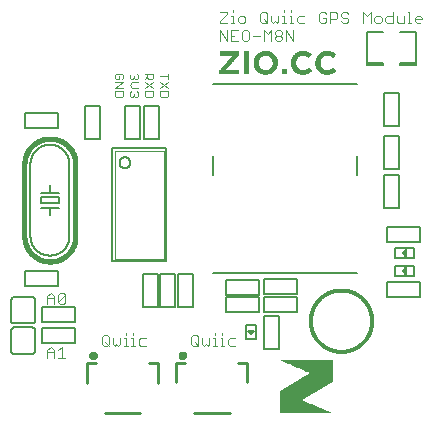
<source format=gbr>
G04 EAGLE Gerber RS-274X export*
G75*
%MOMM*%
%FSLAX34Y34*%
%LPD*%
%INSilkscreen Top*%
%IPPOS*%
%AMOC8*
5,1,8,0,0,1.08239X$1,22.5*%
G01*
%ADD10C,0.101600*%
%ADD11C,0.076200*%
%ADD12C,0.127000*%
%ADD13C,0.400000*%
%ADD14C,0.254000*%
%ADD15C,0.152400*%
%ADD16C,0.050800*%
%ADD17C,0.406400*%
%ADD18C,0.203200*%
%ADD19C,0.300000*%

G36*
X234176Y6811D02*
X234176Y6811D01*
X241052Y6811D01*
X242771Y6812D01*
X249648Y6812D01*
X251367Y6814D01*
X258245Y6814D01*
X259964Y6816D01*
X266840Y6816D01*
X268558Y6818D01*
X273715Y6818D01*
X273719Y6822D01*
X273725Y6824D01*
X273724Y6826D01*
X273727Y6828D01*
X273722Y6834D01*
X273719Y6841D01*
X272522Y7347D01*
X269303Y8701D01*
X267692Y9376D01*
X266081Y10052D01*
X264471Y10727D01*
X262860Y11402D01*
X261249Y12078D01*
X259639Y12753D01*
X257968Y13456D01*
X256295Y14158D01*
X254623Y14862D01*
X252953Y15566D01*
X251284Y16272D01*
X249614Y16981D01*
X247973Y17696D01*
X249385Y18538D01*
X250824Y19381D01*
X252263Y20225D01*
X252264Y20225D01*
X253705Y21064D01*
X255147Y21903D01*
X255148Y21903D01*
X256589Y22743D01*
X258030Y23580D01*
X259473Y24418D01*
X260916Y25254D01*
X262355Y26089D01*
X263796Y26925D01*
X265237Y27761D01*
X266676Y28597D01*
X268117Y29431D01*
X269557Y30266D01*
X272439Y31938D01*
X273878Y32772D01*
X273880Y32779D01*
X273884Y32782D01*
X273884Y51570D01*
X273874Y51581D01*
X273873Y51581D01*
X273872Y51582D01*
X272153Y51582D01*
X272153Y51581D01*
X270434Y51580D01*
X265277Y51580D01*
X263558Y51578D01*
X260119Y51578D01*
X258400Y51576D01*
X253243Y51576D01*
X251672Y51574D01*
X251643Y51574D01*
X251524Y51574D01*
X248126Y51574D01*
X246427Y51572D01*
X244728Y51572D01*
X243029Y51570D01*
X241329Y51569D01*
X239630Y51567D01*
X237931Y51563D01*
X237568Y51562D01*
X237553Y51562D01*
X236232Y51560D01*
X234533Y51552D01*
X234262Y51550D01*
X234257Y51550D01*
X232834Y51541D01*
X232581Y51539D01*
X232578Y51539D01*
X232578Y51538D01*
X231472Y51527D01*
X231469Y51527D01*
X231135Y51523D01*
X231134Y51523D01*
X229488Y51415D01*
X229484Y51411D01*
X229479Y51409D01*
X229480Y51406D01*
X229477Y51404D01*
X229482Y51399D01*
X229484Y51392D01*
X231088Y50710D01*
X232692Y50031D01*
X234298Y49355D01*
X235903Y48680D01*
X237509Y48003D01*
X239115Y47328D01*
X240720Y46654D01*
X242326Y45979D01*
X243897Y45320D01*
X245466Y44658D01*
X247035Y43996D01*
X248603Y43333D01*
X250170Y42667D01*
X251737Y41999D01*
X253301Y41328D01*
X254834Y40643D01*
X253458Y39806D01*
X252052Y38976D01*
X250642Y38147D01*
X249232Y37321D01*
X246408Y35675D01*
X244997Y34852D01*
X243583Y34031D01*
X242169Y33210D01*
X240734Y32376D01*
X239296Y31542D01*
X237861Y30708D01*
X236425Y29874D01*
X234988Y29040D01*
X233552Y28206D01*
X232116Y27370D01*
X230683Y26534D01*
X229249Y25695D01*
X229248Y25695D01*
X229012Y25541D01*
X229010Y25534D01*
X229007Y25531D01*
X229007Y6821D01*
X229017Y6809D01*
X229018Y6809D01*
X229019Y6809D01*
X232457Y6809D01*
X234176Y6811D01*
G37*
G36*
X217408Y293352D02*
X217408Y293352D01*
X217913Y293371D01*
X218417Y293405D01*
X218920Y293454D01*
X219421Y293524D01*
X219916Y293623D01*
X219917Y293624D01*
X220413Y293760D01*
X220413Y293761D01*
X220413Y293760D01*
X220901Y293921D01*
X220902Y293921D01*
X221382Y294105D01*
X221382Y294106D01*
X221382Y294105D01*
X221853Y294313D01*
X221853Y294314D01*
X222312Y294545D01*
X222313Y294545D01*
X222760Y294798D01*
X222760Y294799D01*
X222761Y294799D01*
X223194Y295074D01*
X223195Y295075D01*
X223615Y295372D01*
X224019Y295690D01*
X224407Y296028D01*
X224408Y296028D01*
X224778Y296385D01*
X225129Y296761D01*
X225130Y296761D01*
X225462Y297153D01*
X225462Y297154D01*
X225774Y297563D01*
X226064Y297987D01*
X226064Y297988D01*
X226065Y297988D01*
X226333Y298426D01*
X226333Y298427D01*
X226578Y298879D01*
X226578Y298880D01*
X226800Y299343D01*
X226800Y299344D01*
X226997Y299819D01*
X226998Y299819D01*
X227170Y300303D01*
X227170Y300304D01*
X227317Y300797D01*
X227317Y300798D01*
X227438Y301297D01*
X227533Y301803D01*
X227533Y301804D01*
X227593Y302302D01*
X227593Y302303D01*
X227594Y302303D01*
X227623Y302804D01*
X227630Y303306D01*
X227618Y303808D01*
X227588Y304309D01*
X227588Y304310D01*
X227541Y304809D01*
X227541Y304810D01*
X227475Y305307D01*
X227474Y305307D01*
X227474Y305308D01*
X227385Y305802D01*
X227384Y305802D01*
X227385Y305802D01*
X227264Y306289D01*
X227263Y306290D01*
X227103Y306786D01*
X227103Y306787D01*
X226917Y307274D01*
X226707Y307752D01*
X226473Y308218D01*
X226472Y308218D01*
X226215Y308671D01*
X226215Y308672D01*
X225934Y309111D01*
X225934Y309112D01*
X225631Y309536D01*
X225630Y309536D01*
X225305Y309943D01*
X225304Y309943D01*
X225304Y309944D01*
X224958Y310333D01*
X224957Y310333D01*
X224957Y310334D01*
X224589Y310702D01*
X224588Y310702D01*
X224588Y310703D01*
X224199Y311049D01*
X224199Y311050D01*
X223783Y311380D01*
X223351Y311687D01*
X223350Y311687D01*
X223350Y311688D01*
X222903Y311972D01*
X222902Y311972D01*
X222440Y312233D01*
X221965Y312470D01*
X221479Y312683D01*
X221478Y312683D01*
X220983Y312872D01*
X220982Y312872D01*
X220478Y313036D01*
X219966Y313176D01*
X219448Y313291D01*
X219447Y313291D01*
X218924Y313381D01*
X218397Y313446D01*
X217868Y313486D01*
X217458Y313498D01*
X217457Y313498D01*
X217337Y313501D01*
X217170Y313498D01*
X217168Y313498D01*
X216807Y313491D01*
X216807Y313490D01*
X216807Y313491D01*
X216278Y313455D01*
X216277Y313455D01*
X215750Y313395D01*
X215750Y313394D01*
X215749Y313395D01*
X215226Y313308D01*
X214829Y313223D01*
X214708Y313197D01*
X214707Y313196D01*
X214194Y313059D01*
X214194Y313058D01*
X214194Y313059D01*
X213689Y312896D01*
X213193Y312708D01*
X213192Y312708D01*
X212707Y312495D01*
X212706Y312495D01*
X212284Y312291D01*
X211868Y312074D01*
X211868Y312073D01*
X211867Y312073D01*
X211463Y311836D01*
X211074Y311573D01*
X211073Y311573D01*
X210702Y311287D01*
X210702Y311286D01*
X210701Y311286D01*
X210346Y310981D01*
X210345Y310981D01*
X210000Y310664D01*
X210000Y310663D01*
X209645Y310310D01*
X209644Y310310D01*
X209308Y309939D01*
X209307Y309939D01*
X208990Y309550D01*
X208693Y309146D01*
X208418Y308727D01*
X208417Y308727D01*
X208164Y308294D01*
X207933Y307849D01*
X207724Y307393D01*
X207539Y306927D01*
X207378Y306452D01*
X207240Y305970D01*
X207127Y305481D01*
X207038Y304988D01*
X207038Y304987D01*
X206974Y304491D01*
X206974Y304490D01*
X206934Y303991D01*
X206934Y303990D01*
X206933Y303990D01*
X206917Y303461D01*
X206925Y302932D01*
X206926Y302931D01*
X206925Y302931D01*
X206961Y302404D01*
X206961Y302403D01*
X207023Y301877D01*
X207111Y301355D01*
X207112Y301355D01*
X207111Y301355D01*
X207227Y300838D01*
X207369Y300328D01*
X207370Y300328D01*
X207369Y300328D01*
X207538Y299826D01*
X207539Y299826D01*
X207734Y299334D01*
X207735Y299334D01*
X207957Y298853D01*
X208204Y298385D01*
X208205Y298385D01*
X208478Y297932D01*
X208478Y297931D01*
X208776Y297493D01*
X209097Y297073D01*
X209098Y297073D01*
X209098Y297072D01*
X209441Y296670D01*
X209442Y296670D01*
X209442Y296669D01*
X209807Y296287D01*
X210193Y295925D01*
X210194Y295925D01*
X210194Y295924D01*
X210599Y295584D01*
X210600Y295584D01*
X211022Y295266D01*
X211023Y295266D01*
X211023Y295265D01*
X211463Y294971D01*
X211918Y294700D01*
X211918Y294699D01*
X212386Y294453D01*
X212865Y294227D01*
X212865Y294226D01*
X213352Y294021D01*
X213353Y294021D01*
X213850Y293842D01*
X213851Y293842D01*
X213851Y293841D01*
X214358Y293691D01*
X214359Y293692D01*
X214359Y293691D01*
X214829Y293577D01*
X214873Y293566D01*
X214873Y293567D01*
X214873Y293566D01*
X215392Y293460D01*
X215392Y293461D01*
X215392Y293460D01*
X215892Y293392D01*
X215893Y293393D01*
X215893Y293392D01*
X216397Y293359D01*
X216398Y293359D01*
X216903Y293347D01*
X216903Y293348D01*
X216903Y293347D01*
X217408Y293352D01*
G37*
G36*
X194328Y293642D02*
X194328Y293642D01*
X194327Y293642D01*
X194328Y293643D01*
X194328Y297378D01*
X194318Y297389D01*
X194317Y297389D01*
X194316Y297389D01*
X193844Y297392D01*
X193837Y297392D01*
X193830Y297392D01*
X192858Y297397D01*
X192371Y297399D01*
X191885Y297402D01*
X191565Y297403D01*
X191565Y297404D01*
X191560Y297404D01*
X191400Y297404D01*
X190914Y297407D01*
X190427Y297409D01*
X189941Y297412D01*
X189455Y297415D01*
X189295Y297415D01*
X189289Y297415D01*
X188969Y297417D01*
X188483Y297419D01*
X187997Y297422D01*
X187511Y297425D01*
X187025Y297427D01*
X186923Y297427D01*
X186917Y297427D01*
X186539Y297429D01*
X186052Y297432D01*
X185566Y297435D01*
X185080Y297437D01*
X184652Y297439D01*
X184646Y297439D01*
X184594Y297440D01*
X184108Y297442D01*
X183648Y297444D01*
X183965Y297814D01*
X184634Y298591D01*
X184968Y298980D01*
X185302Y299368D01*
X185636Y299757D01*
X185971Y300146D01*
X186304Y300535D01*
X186639Y300924D01*
X186973Y301313D01*
X187307Y301701D01*
X187641Y302090D01*
X187976Y302479D01*
X188309Y302868D01*
X188644Y303256D01*
X188978Y303645D01*
X189312Y304034D01*
X189646Y304422D01*
X189981Y304811D01*
X190315Y305200D01*
X190649Y305588D01*
X190983Y305977D01*
X191317Y306366D01*
X191652Y306755D01*
X191986Y307144D01*
X192320Y307532D01*
X192654Y307921D01*
X192988Y308310D01*
X193322Y308699D01*
X193657Y309087D01*
X193991Y309476D01*
X194325Y309865D01*
X194325Y309870D01*
X194328Y309872D01*
X194328Y313178D01*
X194318Y313190D01*
X194317Y313190D01*
X194316Y313190D01*
X178410Y313190D01*
X178398Y313180D01*
X178399Y313179D01*
X178398Y313178D01*
X178398Y309442D01*
X178409Y309430D01*
X178409Y309431D01*
X178410Y309430D01*
X184106Y309430D01*
X184623Y309429D01*
X185141Y309428D01*
X185659Y309426D01*
X186177Y309423D01*
X186695Y309420D01*
X187213Y309415D01*
X187731Y309409D01*
X188248Y309401D01*
X188741Y309379D01*
X188429Y309001D01*
X188098Y308608D01*
X187765Y308216D01*
X187432Y307824D01*
X187099Y307433D01*
X186765Y307042D01*
X186431Y306651D01*
X186096Y306260D01*
X185762Y305870D01*
X185428Y305479D01*
X185093Y305089D01*
X184759Y304698D01*
X184424Y304308D01*
X184089Y303918D01*
X183754Y303528D01*
X183418Y303138D01*
X182752Y302361D01*
X182751Y302361D01*
X182418Y301974D01*
X182084Y301586D01*
X181750Y301198D01*
X181417Y300809D01*
X181084Y300421D01*
X180750Y300033D01*
X180416Y299645D01*
X180082Y299257D01*
X179749Y298869D01*
X179416Y298481D01*
X179082Y298093D01*
X178748Y297705D01*
X178414Y297317D01*
X178081Y296929D01*
X178081Y296924D01*
X178078Y296921D01*
X178078Y293643D01*
X178089Y293631D01*
X178089Y293632D01*
X178090Y293631D01*
X194316Y293631D01*
X194328Y293642D01*
G37*
G36*
X249135Y293336D02*
X249135Y293336D01*
X249619Y293362D01*
X249620Y293362D01*
X250102Y293405D01*
X250103Y293405D01*
X250584Y293467D01*
X251066Y293550D01*
X251066Y293551D01*
X251067Y293550D01*
X251543Y293658D01*
X251544Y293658D01*
X252015Y293788D01*
X252015Y293789D01*
X252016Y293789D01*
X252480Y293944D01*
X252935Y294124D01*
X252935Y294125D01*
X253379Y294330D01*
X253380Y294330D01*
X253812Y294559D01*
X254232Y294810D01*
X254232Y294811D01*
X254638Y295084D01*
X255030Y295377D01*
X255030Y295378D01*
X255407Y295689D01*
X255408Y295689D01*
X255770Y296017D01*
X256041Y296273D01*
X256312Y296528D01*
X256583Y296784D01*
X256584Y296799D01*
X256583Y296800D01*
X256583Y296801D01*
X256250Y297147D01*
X255916Y297495D01*
X255583Y297841D01*
X255249Y298189D01*
X254915Y298535D01*
X254582Y298882D01*
X254248Y299229D01*
X253915Y299576D01*
X253899Y299577D01*
X253593Y299338D01*
X253183Y299021D01*
X252765Y298714D01*
X252339Y298421D01*
X251900Y298145D01*
X251447Y297895D01*
X250977Y297679D01*
X250489Y297507D01*
X249986Y297388D01*
X249473Y297322D01*
X249260Y297314D01*
X248956Y297303D01*
X248634Y297314D01*
X248439Y297321D01*
X247910Y297377D01*
X247387Y297478D01*
X246876Y297626D01*
X246383Y297824D01*
X245912Y298071D01*
X245469Y298365D01*
X245059Y298705D01*
X244686Y299084D01*
X244353Y299499D01*
X244060Y299943D01*
X243807Y300412D01*
X243590Y300889D01*
X243407Y301379D01*
X243267Y301884D01*
X243175Y302399D01*
X243126Y302921D01*
X243112Y303444D01*
X243128Y303956D01*
X243178Y304465D01*
X243266Y304969D01*
X243392Y305465D01*
X243561Y305948D01*
X243771Y306414D01*
X244022Y306860D01*
X244312Y307282D01*
X244636Y307677D01*
X244993Y308045D01*
X245380Y308380D01*
X245796Y308678D01*
X246240Y308935D01*
X246705Y309148D01*
X247189Y309314D01*
X247688Y309432D01*
X248195Y309501D01*
X248706Y309523D01*
X249218Y309498D01*
X249725Y309429D01*
X250226Y309318D01*
X250715Y309169D01*
X251193Y308984D01*
X251657Y308766D01*
X252105Y308518D01*
X252538Y308242D01*
X252953Y307942D01*
X253319Y307661D01*
X253686Y307380D01*
X253691Y307380D01*
X253693Y307378D01*
X253697Y307381D01*
X253701Y307381D01*
X253702Y307381D01*
X253957Y307637D01*
X254305Y308015D01*
X254647Y308399D01*
X254986Y308784D01*
X255324Y309171D01*
X255601Y309490D01*
X255879Y309810D01*
X256156Y310129D01*
X256434Y310448D01*
X256434Y310455D01*
X256435Y310456D01*
X256434Y310458D01*
X256434Y310464D01*
X256433Y310464D01*
X256150Y310767D01*
X256149Y310767D01*
X256149Y310768D01*
X255790Y311116D01*
X255789Y311116D01*
X255402Y311434D01*
X255401Y311434D01*
X254993Y311725D01*
X254992Y311725D01*
X254569Y311992D01*
X254568Y311992D01*
X254132Y312238D01*
X253684Y312462D01*
X253683Y312462D01*
X253226Y312666D01*
X253225Y312666D01*
X252759Y312850D01*
X252285Y313013D01*
X251804Y313153D01*
X251804Y313152D01*
X251804Y313153D01*
X251333Y313270D01*
X251332Y313270D01*
X250856Y313360D01*
X250855Y313360D01*
X250373Y313410D01*
X250202Y313418D01*
X249944Y313430D01*
X249888Y313433D01*
X249888Y313432D01*
X249888Y313433D01*
X249403Y313442D01*
X249360Y313442D01*
X249356Y313442D01*
X248919Y313445D01*
X248393Y313443D01*
X248392Y313443D01*
X248364Y313442D01*
X248363Y313442D01*
X247912Y313430D01*
X247911Y313430D01*
X247867Y313429D01*
X247342Y313397D01*
X247342Y313396D01*
X247342Y313397D01*
X246819Y313341D01*
X246819Y313340D01*
X246818Y313341D01*
X246300Y313252D01*
X245789Y313127D01*
X245788Y313127D01*
X245288Y312965D01*
X244798Y312773D01*
X244318Y312558D01*
X243902Y312357D01*
X243902Y312356D01*
X243495Y312140D01*
X243495Y312139D01*
X243494Y312139D01*
X243098Y311902D01*
X243098Y311901D01*
X242718Y311640D01*
X242717Y311640D01*
X242353Y311356D01*
X242353Y311355D01*
X242004Y311053D01*
X242004Y311052D01*
X242004Y311053D01*
X241666Y310738D01*
X241316Y310387D01*
X241316Y310386D01*
X240983Y310018D01*
X240983Y310017D01*
X240670Y309632D01*
X240376Y309233D01*
X240376Y309232D01*
X240375Y309232D01*
X240102Y308819D01*
X240102Y308818D01*
X240101Y308818D01*
X239849Y308391D01*
X239848Y308391D01*
X239616Y307952D01*
X239406Y307503D01*
X239407Y307502D01*
X239406Y307502D01*
X239219Y307043D01*
X239219Y307042D01*
X239054Y306574D01*
X239055Y306574D01*
X239054Y306574D01*
X238914Y306098D01*
X238798Y305615D01*
X238706Y305127D01*
X238648Y304622D01*
X238648Y304621D01*
X238621Y304114D01*
X238614Y303606D01*
X238623Y303098D01*
X238646Y302590D01*
X238683Y302083D01*
X238737Y301578D01*
X238812Y301075D01*
X238813Y301075D01*
X238812Y301075D01*
X238923Y300579D01*
X238923Y300578D01*
X239069Y300121D01*
X239070Y300121D01*
X239069Y300121D01*
X239240Y299672D01*
X239428Y299231D01*
X239428Y299230D01*
X239633Y298796D01*
X239853Y298369D01*
X240088Y297950D01*
X240341Y297542D01*
X240342Y297542D01*
X240341Y297541D01*
X240617Y297149D01*
X240618Y297149D01*
X240618Y297148D01*
X240944Y296744D01*
X240945Y296744D01*
X241294Y296360D01*
X241295Y296360D01*
X241666Y295997D01*
X241667Y295997D01*
X242057Y295654D01*
X242058Y295654D01*
X242466Y295333D01*
X242467Y295333D01*
X242891Y295034D01*
X243330Y294756D01*
X243331Y294757D01*
X243331Y294756D01*
X243783Y294502D01*
X243784Y294502D01*
X243784Y294501D01*
X244248Y294269D01*
X244249Y294270D01*
X244249Y294269D01*
X244725Y294061D01*
X244725Y294060D01*
X245210Y293876D01*
X245211Y293876D01*
X245705Y293717D01*
X245706Y293717D01*
X246208Y293584D01*
X246716Y293477D01*
X246717Y293478D01*
X246717Y293477D01*
X247197Y293406D01*
X247197Y293407D01*
X247197Y293406D01*
X247680Y293360D01*
X247680Y293361D01*
X247680Y293360D01*
X248164Y293335D01*
X248165Y293335D01*
X248650Y293327D01*
X249135Y293336D01*
G37*
G36*
X269315Y293321D02*
X269315Y293321D01*
X269315Y293322D01*
X269315Y293321D01*
X269817Y293341D01*
X270317Y293376D01*
X270318Y293376D01*
X270816Y293428D01*
X270817Y293428D01*
X271314Y293495D01*
X271808Y293580D01*
X271809Y293580D01*
X272299Y293687D01*
X272300Y293688D01*
X272300Y293687D01*
X272809Y293842D01*
X272810Y293843D01*
X273306Y294039D01*
X273306Y294040D01*
X273307Y294039D01*
X273789Y294265D01*
X273790Y294265D01*
X274260Y294514D01*
X274260Y294515D01*
X274261Y294515D01*
X274720Y294784D01*
X274721Y294785D01*
X275169Y295073D01*
X275605Y295380D01*
X275606Y295380D01*
X276027Y295706D01*
X276432Y296054D01*
X276813Y296426D01*
X276813Y296427D01*
X277159Y296791D01*
X277159Y296806D01*
X277158Y296806D01*
X277158Y296807D01*
X276815Y297150D01*
X276472Y297492D01*
X276129Y297834D01*
X275786Y298176D01*
X275443Y298518D01*
X275101Y298861D01*
X274758Y299203D01*
X274415Y299545D01*
X274399Y299546D01*
X274031Y299246D01*
X273664Y298946D01*
X273263Y298635D01*
X272845Y298349D01*
X272409Y298091D01*
X271957Y297863D01*
X271488Y297669D01*
X271006Y297514D01*
X270513Y297400D01*
X270011Y297329D01*
X269506Y297300D01*
X269290Y297306D01*
X269000Y297314D01*
X268496Y297367D01*
X267975Y297470D01*
X267466Y297623D01*
X266974Y297826D01*
X266506Y298077D01*
X266065Y298373D01*
X265654Y298711D01*
X265278Y299087D01*
X264938Y299495D01*
X264636Y299933D01*
X264373Y300396D01*
X264150Y300878D01*
X263967Y301378D01*
X263844Y301839D01*
X263759Y302308D01*
X263704Y302783D01*
X263676Y303260D01*
X263675Y303738D01*
X263702Y304214D01*
X263760Y304689D01*
X263857Y305156D01*
X264005Y305637D01*
X264190Y306106D01*
X264412Y306557D01*
X264672Y306989D01*
X264967Y307397D01*
X265296Y307777D01*
X265658Y308128D01*
X266049Y308444D01*
X266468Y308724D01*
X266910Y308965D01*
X267372Y309163D01*
X267852Y309319D01*
X268342Y309431D01*
X268841Y309498D01*
X269344Y309521D01*
X269847Y309500D01*
X270359Y309434D01*
X270863Y309324D01*
X271356Y309169D01*
X271833Y308972D01*
X272295Y308740D01*
X272740Y308480D01*
X273172Y308195D01*
X273591Y307892D01*
X273934Y307640D01*
X273934Y307639D01*
X274289Y307404D01*
X274295Y307405D01*
X274298Y307405D01*
X274299Y307405D01*
X274301Y307406D01*
X274304Y307406D01*
X274659Y307767D01*
X274660Y307768D01*
X274998Y308147D01*
X274998Y308148D01*
X275333Y308531D01*
X275665Y308916D01*
X275995Y309303D01*
X276322Y309692D01*
X276322Y309693D01*
X276645Y310085D01*
X276646Y310085D01*
X276950Y310491D01*
X276950Y310494D01*
X276951Y310495D01*
X276949Y310497D01*
X276949Y310504D01*
X276949Y310506D01*
X276668Y310829D01*
X276667Y310829D01*
X276667Y310830D01*
X276343Y311115D01*
X276342Y311115D01*
X276008Y311387D01*
X276008Y311388D01*
X275665Y311650D01*
X275664Y311650D01*
X275312Y311899D01*
X275312Y311900D01*
X274864Y312178D01*
X274863Y312178D01*
X274397Y312423D01*
X273916Y312638D01*
X273915Y312639D01*
X273423Y312827D01*
X273422Y312827D01*
X272921Y312989D01*
X272412Y313128D01*
X272412Y313127D01*
X272412Y313128D01*
X271898Y313243D01*
X271897Y313243D01*
X271379Y313337D01*
X270856Y313409D01*
X270332Y313460D01*
X270331Y313459D01*
X270331Y313460D01*
X269805Y313490D01*
X269627Y313493D01*
X269625Y313493D01*
X269278Y313499D01*
X269278Y313498D01*
X269278Y313499D01*
X269055Y313493D01*
X269054Y313493D01*
X268751Y313485D01*
X268750Y313485D01*
X268225Y313450D01*
X268224Y313450D01*
X267700Y313391D01*
X267180Y313308D01*
X267180Y313307D01*
X267179Y313307D01*
X266665Y313198D01*
X266664Y313197D01*
X266155Y313059D01*
X266154Y313059D01*
X265665Y312896D01*
X265184Y312708D01*
X265184Y312707D01*
X265183Y312708D01*
X264714Y312494D01*
X264714Y312493D01*
X264256Y312256D01*
X264256Y312255D01*
X264255Y312255D01*
X263811Y311993D01*
X263811Y311992D01*
X263810Y311992D01*
X263381Y311707D01*
X263381Y311706D01*
X262967Y311397D01*
X262570Y311067D01*
X262570Y311066D01*
X262192Y310716D01*
X262192Y310715D01*
X262191Y310716D01*
X261832Y310345D01*
X261831Y310345D01*
X261492Y309957D01*
X261492Y309956D01*
X261173Y309550D01*
X261172Y309550D01*
X260875Y309128D01*
X260599Y308692D01*
X260599Y308691D01*
X260345Y308242D01*
X260346Y308241D01*
X260345Y308241D01*
X260114Y307780D01*
X259905Y307308D01*
X259906Y307307D01*
X259905Y307307D01*
X259720Y306826D01*
X259720Y306825D01*
X259558Y306335D01*
X259419Y305838D01*
X259419Y305837D01*
X259302Y305335D01*
X259303Y305334D01*
X259302Y305334D01*
X259229Y304853D01*
X259229Y304852D01*
X259189Y304368D01*
X259170Y303882D01*
X259171Y303881D01*
X259170Y303881D01*
X259168Y303395D01*
X259180Y302909D01*
X259180Y302908D01*
X259206Y302423D01*
X259206Y302422D01*
X259249Y301938D01*
X259311Y301455D01*
X259312Y301455D01*
X259311Y301455D01*
X259404Y300977D01*
X259405Y300977D01*
X259404Y300976D01*
X259540Y300471D01*
X259541Y300471D01*
X259541Y300470D01*
X259701Y299972D01*
X259702Y299972D01*
X259701Y299972D01*
X259886Y299481D01*
X260096Y299001D01*
X260330Y298532D01*
X260330Y298531D01*
X260588Y298076D01*
X260588Y298075D01*
X260869Y297634D01*
X260869Y297633D01*
X261173Y297207D01*
X261174Y297207D01*
X261174Y297206D01*
X261501Y296797D01*
X261849Y296406D01*
X261850Y296406D01*
X261850Y296405D01*
X262219Y296034D01*
X262607Y295682D01*
X262608Y295682D01*
X263015Y295353D01*
X263015Y295352D01*
X263439Y295045D01*
X263440Y295045D01*
X263880Y294761D01*
X264335Y294501D01*
X264336Y294501D01*
X264804Y294266D01*
X265284Y294056D01*
X265285Y294056D01*
X265775Y293871D01*
X266274Y293712D01*
X266275Y293712D01*
X266781Y293578D01*
X267293Y293469D01*
X267294Y293470D01*
X267294Y293469D01*
X267811Y293387D01*
X267812Y293387D01*
X267812Y293386D01*
X268311Y293338D01*
X268312Y293338D01*
X268813Y293319D01*
X269315Y293321D01*
G37*
%LPC*%
G36*
X217257Y297299D02*
X217257Y297299D01*
X216981Y297311D01*
X216751Y297321D01*
X216238Y297389D01*
X215733Y297503D01*
X215241Y297662D01*
X214836Y297836D01*
X214765Y297866D01*
X214309Y298113D01*
X213879Y298399D01*
X213475Y298724D01*
X213102Y299083D01*
X212763Y299474D01*
X212459Y299893D01*
X212192Y300337D01*
X211965Y300802D01*
X211778Y301285D01*
X211630Y301782D01*
X211524Y302288D01*
X211458Y302802D01*
X211432Y303319D01*
X211444Y303836D01*
X211494Y304355D01*
X211584Y304869D01*
X211715Y305373D01*
X211887Y305865D01*
X212099Y306341D01*
X212352Y306796D01*
X212644Y307228D01*
X212973Y307631D01*
X213338Y308003D01*
X213735Y308340D01*
X214161Y308639D01*
X214613Y308897D01*
X214837Y308997D01*
X215088Y309111D01*
X215581Y309281D01*
X216087Y309405D01*
X216602Y309482D01*
X217122Y309514D01*
X217643Y309501D01*
X218146Y309447D01*
X218643Y309351D01*
X219130Y309214D01*
X219603Y309035D01*
X220058Y308814D01*
X220491Y308554D01*
X220900Y308254D01*
X221279Y307920D01*
X221627Y307554D01*
X221942Y307157D01*
X222221Y306735D01*
X222463Y306291D01*
X222667Y305828D01*
X222834Y305349D01*
X222962Y304860D01*
X223052Y304362D01*
X223107Y303859D01*
X223125Y303353D01*
X223110Y302840D01*
X223057Y302329D01*
X222959Y301826D01*
X222815Y301333D01*
X222630Y300854D01*
X222412Y300389D01*
X222154Y299926D01*
X221852Y299491D01*
X221511Y299086D01*
X221131Y298716D01*
X220717Y298385D01*
X220273Y298096D01*
X219804Y297850D01*
X219313Y297650D01*
X218806Y297496D01*
X218299Y297388D01*
X217786Y297321D01*
X217550Y297311D01*
X217280Y297299D01*
X217269Y297298D01*
X217257Y297299D01*
G37*
%LPD*%
G36*
X202868Y293642D02*
X202868Y293642D01*
X202867Y293642D01*
X202868Y293643D01*
X202868Y313178D01*
X202857Y313190D01*
X202856Y313190D01*
X198586Y313190D01*
X198574Y313180D01*
X198575Y313179D01*
X198574Y313178D01*
X198574Y293643D01*
X198584Y293631D01*
X198585Y293632D01*
X198586Y293631D01*
X202856Y293631D01*
X202868Y293642D01*
G37*
G36*
X235320Y293642D02*
X235320Y293642D01*
X235319Y293642D01*
X235320Y293643D01*
X235320Y298126D01*
X235309Y298138D01*
X235308Y298138D01*
X230824Y298138D01*
X230812Y298128D01*
X230813Y298127D01*
X230812Y298126D01*
X230812Y293643D01*
X230823Y293631D01*
X230823Y293632D01*
X230824Y293631D01*
X235308Y293631D01*
X235320Y293642D01*
G37*
D10*
X78486Y65533D02*
X78486Y71635D01*
X80011Y73160D01*
X83062Y73160D01*
X84587Y71635D01*
X84587Y65533D01*
X83062Y64008D01*
X80011Y64008D01*
X78486Y65533D01*
X81537Y67059D02*
X84587Y64008D01*
X87841Y65533D02*
X87841Y70109D01*
X87841Y65533D02*
X89366Y64008D01*
X90892Y65533D01*
X92417Y64008D01*
X93942Y65533D01*
X93942Y70109D01*
X97196Y70109D02*
X98722Y70109D01*
X98722Y64008D01*
X100247Y64008D02*
X97196Y64008D01*
X98722Y73160D02*
X98722Y74685D01*
X103433Y70109D02*
X104958Y70109D01*
X104958Y64008D01*
X103433Y64008D02*
X106484Y64008D01*
X104958Y73160D02*
X104958Y74685D01*
X111195Y70109D02*
X115771Y70109D01*
X111195Y70109D02*
X109670Y68584D01*
X109670Y65533D01*
X111195Y64008D01*
X115771Y64008D01*
X154178Y65533D02*
X154178Y71635D01*
X155703Y73160D01*
X158754Y73160D01*
X160279Y71635D01*
X160279Y65533D01*
X158754Y64008D01*
X155703Y64008D01*
X154178Y65533D01*
X157229Y67059D02*
X160279Y64008D01*
X163533Y65533D02*
X163533Y70109D01*
X163533Y65533D02*
X165058Y64008D01*
X166584Y65533D01*
X168109Y64008D01*
X169634Y65533D01*
X169634Y70109D01*
X172888Y70109D02*
X174414Y70109D01*
X174414Y64008D01*
X175939Y64008D02*
X172888Y64008D01*
X174414Y73160D02*
X174414Y74685D01*
X179125Y70109D02*
X180650Y70109D01*
X180650Y64008D01*
X179125Y64008D02*
X182176Y64008D01*
X180650Y73160D02*
X180650Y74685D01*
X186887Y70109D02*
X191463Y70109D01*
X186887Y70109D02*
X185362Y68584D01*
X185362Y65533D01*
X186887Y64008D01*
X191463Y64008D01*
X32258Y59949D02*
X32258Y53848D01*
X32258Y59949D02*
X35309Y63000D01*
X38359Y59949D01*
X38359Y53848D01*
X38359Y58424D02*
X32258Y58424D01*
X41613Y59949D02*
X44664Y63000D01*
X44664Y53848D01*
X47714Y53848D02*
X41613Y53848D01*
X32258Y99568D02*
X32258Y105669D01*
X35309Y108720D01*
X38359Y105669D01*
X38359Y99568D01*
X38359Y104144D02*
X32258Y104144D01*
X41613Y101093D02*
X41613Y107195D01*
X43138Y108720D01*
X46189Y108720D01*
X47714Y107195D01*
X47714Y101093D01*
X46189Y99568D01*
X43138Y99568D01*
X41613Y101093D01*
X47714Y107195D01*
D11*
X127381Y291802D02*
X134753Y291802D01*
X134753Y294259D02*
X134753Y289344D01*
X134753Y286775D02*
X127381Y281860D01*
X127381Y286775D02*
X134753Y281860D01*
X134753Y279291D02*
X127381Y279291D01*
X127381Y275605D01*
X128610Y274376D01*
X133525Y274376D01*
X134753Y275605D01*
X134753Y279291D01*
X122053Y294259D02*
X114681Y294259D01*
X122053Y294259D02*
X122053Y290573D01*
X120825Y289344D01*
X118367Y289344D01*
X117138Y290573D01*
X117138Y294259D01*
X117138Y291802D02*
X114681Y289344D01*
X114681Y281860D02*
X122053Y286775D01*
X122053Y281860D02*
X114681Y286775D01*
X114681Y279291D02*
X122053Y279291D01*
X114681Y279291D02*
X114681Y275605D01*
X115910Y274376D01*
X120825Y274376D01*
X122053Y275605D01*
X122053Y279291D01*
X109353Y293030D02*
X108125Y294259D01*
X109353Y293030D02*
X109353Y290573D01*
X108125Y289344D01*
X106896Y289344D01*
X105667Y290573D01*
X105667Y291802D01*
X105667Y290573D02*
X104438Y289344D01*
X103210Y289344D01*
X101981Y290573D01*
X101981Y293030D01*
X103210Y294259D01*
X104438Y286775D02*
X109353Y286775D01*
X104438Y286775D02*
X101981Y284317D01*
X104438Y281860D01*
X109353Y281860D01*
X108125Y279291D02*
X109353Y278062D01*
X109353Y275605D01*
X108125Y274376D01*
X106896Y274376D01*
X105667Y275605D01*
X105667Y276833D01*
X105667Y275605D02*
X104438Y274376D01*
X103210Y274376D01*
X101981Y275605D01*
X101981Y278062D01*
X103210Y279291D01*
X95425Y289344D02*
X96653Y290573D01*
X96653Y293030D01*
X95425Y294259D01*
X90510Y294259D01*
X89281Y293030D01*
X89281Y290573D01*
X90510Y289344D01*
X92967Y289344D01*
X92967Y291802D01*
X89281Y286775D02*
X96653Y286775D01*
X89281Y281860D01*
X96653Y281860D01*
X96653Y279291D02*
X89281Y279291D01*
X89281Y275605D01*
X90510Y274376D01*
X95425Y274376D01*
X96653Y275605D01*
X96653Y279291D01*
D10*
X178308Y346210D02*
X184409Y346210D01*
X184409Y344685D01*
X178308Y338583D01*
X178308Y337058D01*
X184409Y337058D01*
X187663Y343159D02*
X189188Y343159D01*
X189188Y337058D01*
X187663Y337058D02*
X190714Y337058D01*
X189188Y346210D02*
X189188Y347735D01*
X195425Y337058D02*
X198476Y337058D01*
X200001Y338583D01*
X200001Y341634D01*
X198476Y343159D01*
X195425Y343159D01*
X193900Y341634D01*
X193900Y338583D01*
X195425Y337058D01*
X212610Y338583D02*
X212610Y344685D01*
X214136Y346210D01*
X217186Y346210D01*
X218712Y344685D01*
X218712Y338583D01*
X217186Y337058D01*
X214136Y337058D01*
X212610Y338583D01*
X215661Y340109D02*
X218712Y337058D01*
X221966Y338583D02*
X221966Y343159D01*
X221966Y338583D02*
X223491Y337058D01*
X225016Y338583D01*
X226541Y337058D01*
X228067Y338583D01*
X228067Y343159D01*
X231321Y343159D02*
X232846Y343159D01*
X232846Y337058D01*
X231321Y337058D02*
X234371Y337058D01*
X232846Y346210D02*
X232846Y347735D01*
X237558Y343159D02*
X239083Y343159D01*
X239083Y337058D01*
X237558Y337058D02*
X240608Y337058D01*
X239083Y346210D02*
X239083Y347735D01*
X245320Y343159D02*
X249895Y343159D01*
X245320Y343159D02*
X243794Y341634D01*
X243794Y338583D01*
X245320Y337058D01*
X249895Y337058D01*
X267081Y346210D02*
X268606Y344685D01*
X267081Y346210D02*
X264030Y346210D01*
X262505Y344685D01*
X262505Y338583D01*
X264030Y337058D01*
X267081Y337058D01*
X268606Y338583D01*
X268606Y341634D01*
X265555Y341634D01*
X271860Y337058D02*
X271860Y346210D01*
X276436Y346210D01*
X277961Y344685D01*
X277961Y341634D01*
X276436Y340109D01*
X271860Y340109D01*
X285791Y346210D02*
X287316Y344685D01*
X285791Y346210D02*
X282740Y346210D01*
X281215Y344685D01*
X281215Y343159D01*
X282740Y341634D01*
X285791Y341634D01*
X287316Y340109D01*
X287316Y338583D01*
X285791Y337058D01*
X282740Y337058D01*
X281215Y338583D01*
X299925Y337058D02*
X299925Y346210D01*
X302976Y343159D01*
X306027Y346210D01*
X306027Y337058D01*
X310806Y337058D02*
X313857Y337058D01*
X315382Y338583D01*
X315382Y341634D01*
X313857Y343159D01*
X310806Y343159D01*
X309281Y341634D01*
X309281Y338583D01*
X310806Y337058D01*
X324737Y337058D02*
X324737Y346210D01*
X324737Y337058D02*
X320161Y337058D01*
X318636Y338583D01*
X318636Y341634D01*
X320161Y343159D01*
X324737Y343159D01*
X327991Y343159D02*
X327991Y338583D01*
X329516Y337058D01*
X334092Y337058D01*
X334092Y343159D01*
X337346Y346210D02*
X338871Y346210D01*
X338871Y337058D01*
X337346Y337058D02*
X340397Y337058D01*
X345108Y337058D02*
X348159Y337058D01*
X345108Y337058D02*
X343583Y338583D01*
X343583Y341634D01*
X345108Y343159D01*
X348159Y343159D01*
X349684Y341634D01*
X349684Y340109D01*
X343583Y340109D01*
X178308Y330970D02*
X178308Y321818D01*
X184409Y321818D02*
X178308Y330970D01*
X184409Y330970D02*
X184409Y321818D01*
X187663Y330970D02*
X193764Y330970D01*
X187663Y330970D02*
X187663Y321818D01*
X193764Y321818D01*
X190714Y326394D02*
X187663Y326394D01*
X198544Y330970D02*
X201594Y330970D01*
X198544Y330970D02*
X197018Y329445D01*
X197018Y323343D01*
X198544Y321818D01*
X201594Y321818D01*
X203120Y323343D01*
X203120Y329445D01*
X201594Y330970D01*
X206374Y326394D02*
X212475Y326394D01*
X215729Y321818D02*
X215729Y330970D01*
X218779Y327919D01*
X221830Y330970D01*
X221830Y321818D01*
X225084Y329445D02*
X226609Y330970D01*
X229660Y330970D01*
X231185Y329445D01*
X231185Y327919D01*
X229660Y326394D01*
X231185Y324869D01*
X231185Y323343D01*
X229660Y321818D01*
X226609Y321818D01*
X225084Y323343D01*
X225084Y324869D01*
X226609Y326394D01*
X225084Y327919D01*
X225084Y329445D01*
X226609Y326394D02*
X229660Y326394D01*
X234439Y321818D02*
X234439Y330970D01*
X240540Y321818D01*
X240540Y330970D01*
D12*
X41148Y261112D02*
X13208Y261112D01*
X41148Y261112D02*
X41148Y248412D01*
X13208Y248412D01*
X13208Y261112D01*
X13208Y126746D02*
X41148Y126746D01*
X41148Y114046D01*
X13208Y114046D01*
X13208Y126746D01*
X215646Y92710D02*
X243586Y92710D01*
X215646Y92710D02*
X215646Y105410D01*
X243586Y105410D01*
X243586Y92710D01*
X243586Y107696D02*
X215646Y107696D01*
X215646Y120396D01*
X243586Y120396D01*
X243586Y107696D01*
X211328Y105156D02*
X183388Y105156D01*
X211328Y105156D02*
X211328Y92456D01*
X183388Y92456D01*
X183388Y105156D01*
X183388Y119888D02*
X211328Y119888D01*
X211328Y107188D01*
X183388Y107188D01*
X183388Y119888D01*
X110998Y239268D02*
X110998Y267208D01*
X110998Y239268D02*
X98298Y239268D01*
X98298Y267208D01*
X110998Y267208D01*
X208978Y81438D02*
X208978Y69438D01*
X200978Y69438D01*
X200978Y81438D01*
X208978Y81438D01*
X207518Y76708D02*
X202438Y76708D01*
X204978Y74168D02*
X207518Y76708D01*
X204978Y74168D02*
X202438Y76708D01*
D13*
X69598Y55578D02*
X69600Y55653D01*
X69606Y55727D01*
X69616Y55801D01*
X69629Y55874D01*
X69647Y55947D01*
X69668Y56018D01*
X69693Y56089D01*
X69722Y56158D01*
X69755Y56225D01*
X69791Y56290D01*
X69830Y56354D01*
X69872Y56415D01*
X69918Y56474D01*
X69967Y56531D01*
X70019Y56584D01*
X70073Y56635D01*
X70130Y56684D01*
X70190Y56728D01*
X70252Y56770D01*
X70316Y56809D01*
X70382Y56844D01*
X70449Y56875D01*
X70519Y56903D01*
X70589Y56927D01*
X70661Y56948D01*
X70734Y56964D01*
X70807Y56977D01*
X70882Y56986D01*
X70956Y56991D01*
X71031Y56992D01*
X71105Y56989D01*
X71180Y56982D01*
X71253Y56971D01*
X71327Y56957D01*
X71399Y56938D01*
X71470Y56916D01*
X71540Y56890D01*
X71609Y56860D01*
X71675Y56827D01*
X71740Y56790D01*
X71803Y56750D01*
X71864Y56706D01*
X71922Y56660D01*
X71978Y56610D01*
X72031Y56558D01*
X72082Y56503D01*
X72129Y56445D01*
X72173Y56385D01*
X72214Y56322D01*
X72252Y56258D01*
X72286Y56192D01*
X72317Y56123D01*
X72344Y56054D01*
X72367Y55983D01*
X72386Y55911D01*
X72402Y55838D01*
X72414Y55764D01*
X72422Y55690D01*
X72426Y55615D01*
X72426Y55541D01*
X72422Y55466D01*
X72414Y55392D01*
X72402Y55318D01*
X72386Y55245D01*
X72367Y55173D01*
X72344Y55102D01*
X72317Y55033D01*
X72286Y54964D01*
X72252Y54898D01*
X72214Y54834D01*
X72173Y54771D01*
X72129Y54711D01*
X72082Y54653D01*
X72031Y54598D01*
X71978Y54546D01*
X71922Y54496D01*
X71864Y54450D01*
X71803Y54406D01*
X71740Y54366D01*
X71675Y54329D01*
X71609Y54296D01*
X71540Y54266D01*
X71470Y54240D01*
X71399Y54218D01*
X71327Y54199D01*
X71253Y54185D01*
X71180Y54174D01*
X71105Y54167D01*
X71031Y54164D01*
X70956Y54165D01*
X70882Y54170D01*
X70807Y54179D01*
X70734Y54192D01*
X70661Y54208D01*
X70589Y54229D01*
X70519Y54253D01*
X70449Y54281D01*
X70382Y54312D01*
X70316Y54347D01*
X70252Y54386D01*
X70190Y54428D01*
X70130Y54472D01*
X70073Y54521D01*
X70019Y54572D01*
X69967Y54625D01*
X69918Y54682D01*
X69872Y54741D01*
X69830Y54802D01*
X69791Y54866D01*
X69755Y54931D01*
X69722Y54998D01*
X69693Y55067D01*
X69668Y55138D01*
X69647Y55209D01*
X69629Y55282D01*
X69616Y55355D01*
X69606Y55429D01*
X69600Y55503D01*
X69598Y55578D01*
D14*
X81012Y6578D02*
X111012Y6578D01*
X66012Y32578D02*
X66012Y49078D01*
X118512Y49078D02*
X126012Y49078D01*
X126012Y32578D01*
X73512Y49078D02*
X66012Y49078D01*
D13*
X145290Y55832D02*
X145292Y55907D01*
X145298Y55981D01*
X145308Y56055D01*
X145321Y56128D01*
X145339Y56201D01*
X145360Y56272D01*
X145385Y56343D01*
X145414Y56412D01*
X145447Y56479D01*
X145483Y56544D01*
X145522Y56608D01*
X145564Y56669D01*
X145610Y56728D01*
X145659Y56785D01*
X145711Y56838D01*
X145765Y56889D01*
X145822Y56938D01*
X145882Y56982D01*
X145944Y57024D01*
X146008Y57063D01*
X146074Y57098D01*
X146141Y57129D01*
X146211Y57157D01*
X146281Y57181D01*
X146353Y57202D01*
X146426Y57218D01*
X146499Y57231D01*
X146574Y57240D01*
X146648Y57245D01*
X146723Y57246D01*
X146797Y57243D01*
X146872Y57236D01*
X146945Y57225D01*
X147019Y57211D01*
X147091Y57192D01*
X147162Y57170D01*
X147232Y57144D01*
X147301Y57114D01*
X147367Y57081D01*
X147432Y57044D01*
X147495Y57004D01*
X147556Y56960D01*
X147614Y56914D01*
X147670Y56864D01*
X147723Y56812D01*
X147774Y56757D01*
X147821Y56699D01*
X147865Y56639D01*
X147906Y56576D01*
X147944Y56512D01*
X147978Y56446D01*
X148009Y56377D01*
X148036Y56308D01*
X148059Y56237D01*
X148078Y56165D01*
X148094Y56092D01*
X148106Y56018D01*
X148114Y55944D01*
X148118Y55869D01*
X148118Y55795D01*
X148114Y55720D01*
X148106Y55646D01*
X148094Y55572D01*
X148078Y55499D01*
X148059Y55427D01*
X148036Y55356D01*
X148009Y55287D01*
X147978Y55218D01*
X147944Y55152D01*
X147906Y55088D01*
X147865Y55025D01*
X147821Y54965D01*
X147774Y54907D01*
X147723Y54852D01*
X147670Y54800D01*
X147614Y54750D01*
X147556Y54704D01*
X147495Y54660D01*
X147432Y54620D01*
X147367Y54583D01*
X147301Y54550D01*
X147232Y54520D01*
X147162Y54494D01*
X147091Y54472D01*
X147019Y54453D01*
X146945Y54439D01*
X146872Y54428D01*
X146797Y54421D01*
X146723Y54418D01*
X146648Y54419D01*
X146574Y54424D01*
X146499Y54433D01*
X146426Y54446D01*
X146353Y54462D01*
X146281Y54483D01*
X146211Y54507D01*
X146141Y54535D01*
X146074Y54566D01*
X146008Y54601D01*
X145944Y54640D01*
X145882Y54682D01*
X145822Y54726D01*
X145765Y54775D01*
X145711Y54826D01*
X145659Y54879D01*
X145610Y54936D01*
X145564Y54995D01*
X145522Y55056D01*
X145483Y55120D01*
X145447Y55185D01*
X145414Y55252D01*
X145385Y55321D01*
X145360Y55392D01*
X145339Y55463D01*
X145321Y55536D01*
X145308Y55609D01*
X145298Y55683D01*
X145292Y55757D01*
X145290Y55832D01*
D14*
X156704Y6832D02*
X186704Y6832D01*
X141704Y32832D02*
X141704Y49332D01*
X194204Y49332D02*
X201704Y49332D01*
X201704Y32832D01*
X149204Y49332D02*
X141704Y49332D01*
D15*
X1778Y85344D02*
X1778Y102616D01*
X19558Y82804D02*
X19658Y82806D01*
X19757Y82812D01*
X19857Y82822D01*
X19955Y82835D01*
X20054Y82853D01*
X20151Y82874D01*
X20247Y82899D01*
X20343Y82928D01*
X20437Y82961D01*
X20530Y82997D01*
X20621Y83037D01*
X20711Y83081D01*
X20799Y83128D01*
X20885Y83178D01*
X20969Y83232D01*
X21051Y83289D01*
X21130Y83349D01*
X21208Y83413D01*
X21282Y83479D01*
X21354Y83548D01*
X21423Y83620D01*
X21489Y83694D01*
X21553Y83772D01*
X21613Y83851D01*
X21670Y83933D01*
X21724Y84017D01*
X21774Y84103D01*
X21821Y84191D01*
X21865Y84281D01*
X21905Y84372D01*
X21941Y84465D01*
X21974Y84559D01*
X22003Y84655D01*
X22028Y84751D01*
X22049Y84848D01*
X22067Y84947D01*
X22080Y85045D01*
X22090Y85145D01*
X22096Y85244D01*
X22098Y85344D01*
X22098Y102616D02*
X22096Y102716D01*
X22090Y102815D01*
X22080Y102915D01*
X22067Y103013D01*
X22049Y103112D01*
X22028Y103209D01*
X22003Y103305D01*
X21974Y103401D01*
X21941Y103495D01*
X21905Y103588D01*
X21865Y103679D01*
X21821Y103769D01*
X21774Y103857D01*
X21724Y103943D01*
X21670Y104027D01*
X21613Y104109D01*
X21553Y104188D01*
X21489Y104266D01*
X21423Y104340D01*
X21354Y104412D01*
X21282Y104481D01*
X21208Y104547D01*
X21130Y104611D01*
X21051Y104671D01*
X20969Y104728D01*
X20885Y104782D01*
X20799Y104832D01*
X20711Y104879D01*
X20621Y104923D01*
X20530Y104963D01*
X20437Y104999D01*
X20343Y105032D01*
X20247Y105061D01*
X20151Y105086D01*
X20054Y105107D01*
X19955Y105125D01*
X19857Y105138D01*
X19757Y105148D01*
X19658Y105154D01*
X19558Y105156D01*
X4318Y105156D02*
X4218Y105154D01*
X4119Y105148D01*
X4019Y105138D01*
X3921Y105125D01*
X3822Y105107D01*
X3725Y105086D01*
X3629Y105061D01*
X3533Y105032D01*
X3439Y104999D01*
X3346Y104963D01*
X3255Y104923D01*
X3165Y104879D01*
X3077Y104832D01*
X2991Y104782D01*
X2907Y104728D01*
X2825Y104671D01*
X2746Y104611D01*
X2668Y104547D01*
X2594Y104481D01*
X2522Y104412D01*
X2453Y104340D01*
X2387Y104266D01*
X2323Y104188D01*
X2263Y104109D01*
X2206Y104027D01*
X2152Y103943D01*
X2102Y103857D01*
X2055Y103769D01*
X2011Y103679D01*
X1971Y103588D01*
X1935Y103495D01*
X1902Y103401D01*
X1873Y103305D01*
X1848Y103209D01*
X1827Y103112D01*
X1809Y103013D01*
X1796Y102915D01*
X1786Y102815D01*
X1780Y102716D01*
X1778Y102616D01*
X1778Y85344D02*
X1780Y85244D01*
X1786Y85145D01*
X1796Y85045D01*
X1809Y84947D01*
X1827Y84848D01*
X1848Y84751D01*
X1873Y84655D01*
X1902Y84559D01*
X1935Y84465D01*
X1971Y84372D01*
X2011Y84281D01*
X2055Y84191D01*
X2102Y84103D01*
X2152Y84017D01*
X2206Y83933D01*
X2263Y83851D01*
X2323Y83772D01*
X2387Y83694D01*
X2453Y83620D01*
X2522Y83548D01*
X2594Y83479D01*
X2668Y83413D01*
X2746Y83349D01*
X2825Y83289D01*
X2907Y83232D01*
X2991Y83178D01*
X3077Y83128D01*
X3165Y83081D01*
X3255Y83037D01*
X3346Y82997D01*
X3439Y82961D01*
X3533Y82928D01*
X3629Y82899D01*
X3725Y82874D01*
X3822Y82853D01*
X3921Y82835D01*
X4019Y82822D01*
X4119Y82812D01*
X4218Y82806D01*
X4318Y82804D01*
X19558Y82804D01*
X19558Y105156D02*
X4318Y105156D01*
X22098Y102616D02*
X22098Y85344D01*
X22098Y76962D02*
X22098Y59690D01*
X4318Y79502D02*
X4218Y79500D01*
X4119Y79494D01*
X4019Y79484D01*
X3921Y79471D01*
X3822Y79453D01*
X3725Y79432D01*
X3629Y79407D01*
X3533Y79378D01*
X3439Y79345D01*
X3346Y79309D01*
X3255Y79269D01*
X3165Y79225D01*
X3077Y79178D01*
X2991Y79128D01*
X2907Y79074D01*
X2825Y79017D01*
X2746Y78957D01*
X2668Y78893D01*
X2594Y78827D01*
X2522Y78758D01*
X2453Y78686D01*
X2387Y78612D01*
X2323Y78534D01*
X2263Y78455D01*
X2206Y78373D01*
X2152Y78289D01*
X2102Y78203D01*
X2055Y78115D01*
X2011Y78025D01*
X1971Y77934D01*
X1935Y77841D01*
X1902Y77747D01*
X1873Y77651D01*
X1848Y77555D01*
X1827Y77458D01*
X1809Y77359D01*
X1796Y77261D01*
X1786Y77161D01*
X1780Y77062D01*
X1778Y76962D01*
X1778Y59690D02*
X1780Y59590D01*
X1786Y59491D01*
X1796Y59391D01*
X1809Y59293D01*
X1827Y59194D01*
X1848Y59097D01*
X1873Y59001D01*
X1902Y58905D01*
X1935Y58811D01*
X1971Y58718D01*
X2011Y58627D01*
X2055Y58537D01*
X2102Y58449D01*
X2152Y58363D01*
X2206Y58279D01*
X2263Y58197D01*
X2323Y58118D01*
X2387Y58040D01*
X2453Y57966D01*
X2522Y57894D01*
X2594Y57825D01*
X2668Y57759D01*
X2746Y57695D01*
X2825Y57635D01*
X2907Y57578D01*
X2991Y57524D01*
X3077Y57474D01*
X3165Y57427D01*
X3255Y57383D01*
X3346Y57343D01*
X3439Y57307D01*
X3533Y57274D01*
X3629Y57245D01*
X3725Y57220D01*
X3822Y57199D01*
X3921Y57181D01*
X4019Y57168D01*
X4119Y57158D01*
X4218Y57152D01*
X4318Y57150D01*
X19558Y57150D02*
X19658Y57152D01*
X19757Y57158D01*
X19857Y57168D01*
X19955Y57181D01*
X20054Y57199D01*
X20151Y57220D01*
X20247Y57245D01*
X20343Y57274D01*
X20437Y57307D01*
X20530Y57343D01*
X20621Y57383D01*
X20711Y57427D01*
X20799Y57474D01*
X20885Y57524D01*
X20969Y57578D01*
X21051Y57635D01*
X21130Y57695D01*
X21208Y57759D01*
X21282Y57825D01*
X21354Y57894D01*
X21423Y57966D01*
X21489Y58040D01*
X21553Y58118D01*
X21613Y58197D01*
X21670Y58279D01*
X21724Y58363D01*
X21774Y58449D01*
X21821Y58537D01*
X21865Y58627D01*
X21905Y58718D01*
X21941Y58811D01*
X21974Y58905D01*
X22003Y59001D01*
X22028Y59097D01*
X22049Y59194D01*
X22067Y59293D01*
X22080Y59391D01*
X22090Y59491D01*
X22096Y59590D01*
X22098Y59690D01*
X22098Y76962D02*
X22096Y77062D01*
X22090Y77161D01*
X22080Y77261D01*
X22067Y77359D01*
X22049Y77458D01*
X22028Y77555D01*
X22003Y77651D01*
X21974Y77747D01*
X21941Y77841D01*
X21905Y77934D01*
X21865Y78025D01*
X21821Y78115D01*
X21774Y78203D01*
X21724Y78289D01*
X21670Y78373D01*
X21613Y78455D01*
X21553Y78534D01*
X21489Y78612D01*
X21423Y78686D01*
X21354Y78758D01*
X21282Y78827D01*
X21208Y78893D01*
X21130Y78957D01*
X21051Y79017D01*
X20969Y79074D01*
X20885Y79128D01*
X20799Y79178D01*
X20711Y79225D01*
X20621Y79269D01*
X20530Y79309D01*
X20437Y79345D01*
X20343Y79378D01*
X20247Y79407D01*
X20151Y79432D01*
X20054Y79453D01*
X19955Y79471D01*
X19857Y79484D01*
X19757Y79494D01*
X19658Y79500D01*
X19558Y79502D01*
X4318Y79502D01*
X4318Y57150D02*
X19558Y57150D01*
X1778Y59690D02*
X1778Y76962D01*
D12*
X155956Y96266D02*
X155956Y124206D01*
X155956Y96266D02*
X143256Y96266D01*
X143256Y124206D01*
X155956Y124206D01*
X114300Y239268D02*
X114300Y267208D01*
X127000Y267208D01*
X127000Y239268D01*
X114300Y239268D01*
X64516Y239268D02*
X64516Y267208D01*
X77216Y267208D01*
X77216Y239268D01*
X64516Y239268D01*
X55372Y96266D02*
X27432Y96266D01*
X55372Y96266D02*
X55372Y83566D01*
X27432Y83566D01*
X27432Y96266D01*
X27432Y78740D02*
X55372Y78740D01*
X55372Y66040D01*
X27432Y66040D01*
X27432Y78740D01*
X215646Y89154D02*
X215646Y61214D01*
X215646Y89154D02*
X228346Y89154D01*
X228346Y61214D01*
X215646Y61214D01*
X140716Y96266D02*
X140716Y124206D01*
X140716Y96266D02*
X128016Y96266D01*
X128016Y124206D01*
X140716Y124206D01*
X125730Y124206D02*
X125730Y96266D01*
X113030Y96266D01*
X113030Y124206D01*
X125730Y124206D01*
D15*
X87408Y135238D02*
X87408Y231030D01*
X87408Y135238D02*
X133064Y135238D01*
X133064Y231030D01*
X87408Y231030D01*
D16*
X89694Y228744D02*
X89694Y137524D01*
X130778Y137524D01*
X130778Y228744D01*
X89694Y228744D01*
D15*
X93472Y218890D02*
X93474Y219025D01*
X93480Y219160D01*
X93490Y219294D01*
X93504Y219428D01*
X93522Y219562D01*
X93543Y219695D01*
X93569Y219827D01*
X93599Y219959D01*
X93632Y220090D01*
X93669Y220219D01*
X93711Y220348D01*
X93755Y220475D01*
X93804Y220601D01*
X93856Y220725D01*
X93912Y220848D01*
X93972Y220969D01*
X94035Y221088D01*
X94101Y221205D01*
X94171Y221320D01*
X94245Y221434D01*
X94322Y221545D01*
X94401Y221653D01*
X94485Y221759D01*
X94571Y221863D01*
X94660Y221964D01*
X94752Y222063D01*
X94847Y222158D01*
X94945Y222251D01*
X95045Y222341D01*
X95148Y222428D01*
X95254Y222512D01*
X95362Y222593D01*
X95472Y222670D01*
X95585Y222744D01*
X95700Y222815D01*
X95817Y222883D01*
X95935Y222947D01*
X96056Y223007D01*
X96178Y223064D01*
X96302Y223117D01*
X96428Y223167D01*
X96554Y223213D01*
X96683Y223255D01*
X96812Y223293D01*
X96942Y223327D01*
X97074Y223358D01*
X97206Y223385D01*
X97339Y223407D01*
X97472Y223426D01*
X97606Y223441D01*
X97741Y223452D01*
X97875Y223459D01*
X98010Y223462D01*
X98145Y223461D01*
X98280Y223456D01*
X98414Y223447D01*
X98549Y223434D01*
X98683Y223417D01*
X98816Y223396D01*
X98948Y223372D01*
X99080Y223343D01*
X99211Y223311D01*
X99341Y223274D01*
X99470Y223234D01*
X99597Y223190D01*
X99723Y223142D01*
X99848Y223091D01*
X99971Y223036D01*
X100093Y222977D01*
X100212Y222915D01*
X100330Y222849D01*
X100446Y222780D01*
X100559Y222708D01*
X100671Y222632D01*
X100780Y222553D01*
X100887Y222471D01*
X100991Y222385D01*
X101093Y222297D01*
X101192Y222205D01*
X101289Y222111D01*
X101382Y222014D01*
X101473Y221914D01*
X101561Y221812D01*
X101645Y221707D01*
X101727Y221599D01*
X101805Y221489D01*
X101880Y221377D01*
X101952Y221263D01*
X102020Y221147D01*
X102085Y221028D01*
X102146Y220908D01*
X102204Y220786D01*
X102258Y220663D01*
X102309Y220538D01*
X102355Y220411D01*
X102398Y220284D01*
X102438Y220155D01*
X102473Y220024D01*
X102505Y219893D01*
X102532Y219761D01*
X102556Y219629D01*
X102576Y219495D01*
X102592Y219361D01*
X102604Y219227D01*
X102612Y219092D01*
X102616Y218957D01*
X102616Y218823D01*
X102612Y218688D01*
X102604Y218553D01*
X102592Y218419D01*
X102576Y218285D01*
X102556Y218151D01*
X102532Y218019D01*
X102505Y217887D01*
X102473Y217756D01*
X102438Y217625D01*
X102398Y217496D01*
X102355Y217369D01*
X102309Y217242D01*
X102258Y217117D01*
X102204Y216994D01*
X102146Y216872D01*
X102085Y216752D01*
X102020Y216633D01*
X101952Y216517D01*
X101880Y216403D01*
X101805Y216291D01*
X101727Y216181D01*
X101645Y216073D01*
X101561Y215968D01*
X101473Y215866D01*
X101382Y215766D01*
X101289Y215669D01*
X101192Y215575D01*
X101093Y215483D01*
X100991Y215395D01*
X100887Y215309D01*
X100780Y215227D01*
X100671Y215148D01*
X100559Y215072D01*
X100446Y215000D01*
X100330Y214931D01*
X100212Y214865D01*
X100093Y214803D01*
X99971Y214744D01*
X99848Y214689D01*
X99723Y214638D01*
X99597Y214590D01*
X99470Y214546D01*
X99341Y214506D01*
X99211Y214469D01*
X99080Y214437D01*
X98948Y214408D01*
X98816Y214384D01*
X98683Y214363D01*
X98549Y214346D01*
X98414Y214333D01*
X98280Y214324D01*
X98145Y214319D01*
X98010Y214318D01*
X97875Y214321D01*
X97741Y214328D01*
X97606Y214339D01*
X97472Y214354D01*
X97339Y214373D01*
X97206Y214395D01*
X97074Y214422D01*
X96942Y214453D01*
X96812Y214487D01*
X96683Y214525D01*
X96554Y214567D01*
X96428Y214613D01*
X96302Y214663D01*
X96178Y214716D01*
X96056Y214773D01*
X95935Y214833D01*
X95817Y214897D01*
X95700Y214965D01*
X95585Y215036D01*
X95472Y215110D01*
X95362Y215187D01*
X95254Y215268D01*
X95148Y215352D01*
X95045Y215439D01*
X94945Y215529D01*
X94847Y215622D01*
X94752Y215717D01*
X94660Y215816D01*
X94571Y215917D01*
X94485Y216021D01*
X94401Y216127D01*
X94322Y216235D01*
X94245Y216346D01*
X94171Y216460D01*
X94101Y216575D01*
X94035Y216692D01*
X93972Y216811D01*
X93912Y216932D01*
X93856Y217055D01*
X93804Y217179D01*
X93755Y217305D01*
X93711Y217432D01*
X93669Y217561D01*
X93632Y217690D01*
X93599Y217821D01*
X93569Y217953D01*
X93543Y218085D01*
X93522Y218218D01*
X93504Y218352D01*
X93490Y218486D01*
X93480Y218620D01*
X93474Y218755D01*
X93472Y218890D01*
D17*
X56134Y217678D02*
X56134Y156718D01*
X12954Y156718D02*
X12954Y217678D01*
D15*
X51054Y217678D02*
X51054Y156718D01*
X18034Y156718D02*
X18034Y217678D01*
X26924Y189738D02*
X26924Y184658D01*
X26924Y189738D02*
X42164Y189738D01*
X42164Y184658D01*
X26924Y184658D01*
X26924Y193548D02*
X34544Y193548D01*
X42164Y193548D01*
X34544Y180848D02*
X26924Y180848D01*
X34544Y180848D02*
X42164Y180848D01*
X34544Y193548D02*
X34544Y199898D01*
X34544Y180848D02*
X34544Y174498D01*
D17*
X12954Y156718D02*
X12960Y156192D01*
X12980Y155667D01*
X13012Y155142D01*
X13056Y154618D01*
X13114Y154096D01*
X13184Y153574D01*
X13267Y153055D01*
X13362Y152538D01*
X13471Y152024D01*
X13591Y151512D01*
X13724Y151003D01*
X13869Y150498D01*
X14027Y149996D01*
X14197Y149499D01*
X14379Y149005D01*
X14572Y148517D01*
X14778Y148033D01*
X14995Y147554D01*
X15224Y147081D01*
X15465Y146613D01*
X15716Y146151D01*
X15979Y145696D01*
X16253Y145247D01*
X16538Y144805D01*
X16833Y144370D01*
X17139Y143943D01*
X17456Y143523D01*
X17782Y143111D01*
X18118Y142706D01*
X18464Y142311D01*
X18820Y141923D01*
X19185Y141545D01*
X19559Y141175D01*
X19942Y140815D01*
X20333Y140464D01*
X20733Y140123D01*
X21142Y139792D01*
X21558Y139470D01*
X21982Y139159D01*
X22413Y138858D01*
X22851Y138568D01*
X23297Y138289D01*
X23749Y138021D01*
X24208Y137763D01*
X24672Y137517D01*
X25143Y137282D01*
X25619Y137059D01*
X26100Y136848D01*
X26586Y136648D01*
X27077Y136460D01*
X27573Y136284D01*
X28073Y136121D01*
X28576Y135969D01*
X29083Y135830D01*
X29593Y135703D01*
X30107Y135589D01*
X30622Y135487D01*
X31141Y135398D01*
X31661Y135321D01*
X32183Y135258D01*
X32706Y135206D01*
X33230Y135168D01*
X33755Y135142D01*
X34281Y135130D01*
X34807Y135130D01*
X35333Y135142D01*
X35858Y135168D01*
X36382Y135206D01*
X36905Y135258D01*
X37427Y135321D01*
X37947Y135398D01*
X38466Y135487D01*
X38981Y135589D01*
X39495Y135703D01*
X40005Y135830D01*
X40512Y135969D01*
X41015Y136121D01*
X41515Y136284D01*
X42011Y136460D01*
X42502Y136648D01*
X42988Y136848D01*
X43469Y137059D01*
X43945Y137282D01*
X44416Y137517D01*
X44880Y137763D01*
X45339Y138021D01*
X45791Y138289D01*
X46237Y138568D01*
X46675Y138858D01*
X47106Y139159D01*
X47530Y139470D01*
X47946Y139792D01*
X48355Y140123D01*
X48755Y140464D01*
X49146Y140815D01*
X49529Y141175D01*
X49903Y141545D01*
X50268Y141923D01*
X50624Y142311D01*
X50970Y142706D01*
X51306Y143111D01*
X51632Y143523D01*
X51949Y143943D01*
X52255Y144370D01*
X52550Y144805D01*
X52835Y145247D01*
X53109Y145696D01*
X53372Y146151D01*
X53623Y146613D01*
X53864Y147081D01*
X54093Y147554D01*
X54310Y148033D01*
X54516Y148517D01*
X54709Y149005D01*
X54891Y149499D01*
X55061Y149996D01*
X55219Y150498D01*
X55364Y151003D01*
X55497Y151512D01*
X55617Y152024D01*
X55726Y152538D01*
X55821Y153055D01*
X55904Y153574D01*
X55974Y154096D01*
X56032Y154618D01*
X56076Y155142D01*
X56108Y155667D01*
X56128Y156192D01*
X56134Y156718D01*
X56134Y217678D02*
X56128Y218204D01*
X56108Y218729D01*
X56076Y219254D01*
X56032Y219778D01*
X55974Y220300D01*
X55904Y220822D01*
X55821Y221341D01*
X55726Y221858D01*
X55617Y222372D01*
X55497Y222884D01*
X55364Y223393D01*
X55219Y223898D01*
X55061Y224400D01*
X54891Y224897D01*
X54709Y225391D01*
X54516Y225879D01*
X54310Y226363D01*
X54093Y226842D01*
X53864Y227315D01*
X53623Y227783D01*
X53372Y228245D01*
X53109Y228700D01*
X52835Y229149D01*
X52550Y229591D01*
X52255Y230026D01*
X51949Y230453D01*
X51632Y230873D01*
X51306Y231285D01*
X50970Y231690D01*
X50624Y232085D01*
X50268Y232473D01*
X49903Y232851D01*
X49529Y233221D01*
X49146Y233581D01*
X48755Y233932D01*
X48355Y234273D01*
X47946Y234604D01*
X47530Y234926D01*
X47106Y235237D01*
X46675Y235538D01*
X46237Y235828D01*
X45791Y236107D01*
X45339Y236375D01*
X44880Y236633D01*
X44416Y236879D01*
X43945Y237114D01*
X43469Y237337D01*
X42988Y237548D01*
X42502Y237748D01*
X42011Y237936D01*
X41515Y238112D01*
X41015Y238275D01*
X40512Y238427D01*
X40005Y238566D01*
X39495Y238693D01*
X38981Y238807D01*
X38466Y238909D01*
X37947Y238998D01*
X37427Y239075D01*
X36905Y239138D01*
X36382Y239190D01*
X35858Y239228D01*
X35333Y239254D01*
X34807Y239266D01*
X34281Y239266D01*
X33755Y239254D01*
X33230Y239228D01*
X32706Y239190D01*
X32183Y239138D01*
X31661Y239075D01*
X31141Y238998D01*
X30622Y238909D01*
X30107Y238807D01*
X29593Y238693D01*
X29083Y238566D01*
X28576Y238427D01*
X28073Y238275D01*
X27573Y238112D01*
X27077Y237936D01*
X26586Y237748D01*
X26100Y237548D01*
X25619Y237337D01*
X25143Y237114D01*
X24672Y236879D01*
X24208Y236633D01*
X23749Y236375D01*
X23297Y236107D01*
X22851Y235828D01*
X22413Y235538D01*
X21982Y235237D01*
X21558Y234926D01*
X21142Y234604D01*
X20733Y234273D01*
X20333Y233932D01*
X19942Y233581D01*
X19559Y233221D01*
X19185Y232851D01*
X18820Y232473D01*
X18464Y232085D01*
X18118Y231690D01*
X17782Y231285D01*
X17456Y230873D01*
X17139Y230453D01*
X16833Y230026D01*
X16538Y229591D01*
X16253Y229149D01*
X15979Y228700D01*
X15716Y228245D01*
X15465Y227783D01*
X15224Y227315D01*
X14995Y226842D01*
X14778Y226363D01*
X14572Y225879D01*
X14379Y225391D01*
X14197Y224897D01*
X14027Y224400D01*
X13869Y223898D01*
X13724Y223393D01*
X13591Y222884D01*
X13471Y222372D01*
X13362Y221858D01*
X13267Y221341D01*
X13184Y220822D01*
X13114Y220300D01*
X13056Y219778D01*
X13012Y219254D01*
X12980Y218729D01*
X12960Y218204D01*
X12954Y217678D01*
D15*
X18034Y156718D02*
X18039Y156316D01*
X18054Y155914D01*
X18078Y155513D01*
X18112Y155112D01*
X18156Y154713D01*
X18210Y154314D01*
X18273Y153917D01*
X18346Y153522D01*
X18429Y153128D01*
X18521Y152737D01*
X18623Y152348D01*
X18734Y151961D01*
X18855Y151578D01*
X18984Y151197D01*
X19123Y150820D01*
X19272Y150446D01*
X19429Y150076D01*
X19595Y149710D01*
X19770Y149348D01*
X19954Y148991D01*
X20146Y148638D01*
X20347Y148290D01*
X20557Y147946D01*
X20775Y147608D01*
X21001Y147276D01*
X21235Y146949D01*
X21476Y146628D01*
X21726Y146312D01*
X21983Y146003D01*
X22248Y145701D01*
X22520Y145404D01*
X22799Y145115D01*
X23085Y144832D01*
X23378Y144557D01*
X23677Y144289D01*
X23983Y144028D01*
X24295Y143774D01*
X24613Y143528D01*
X24938Y143291D01*
X25267Y143061D01*
X25603Y142839D01*
X25943Y142625D01*
X26289Y142420D01*
X26640Y142223D01*
X26995Y142035D01*
X27355Y141855D01*
X27719Y141685D01*
X28087Y141523D01*
X28459Y141370D01*
X28834Y141227D01*
X29213Y141092D01*
X29595Y140967D01*
X29980Y140851D01*
X30368Y140745D01*
X30758Y140648D01*
X31151Y140560D01*
X31545Y140483D01*
X31941Y140414D01*
X32339Y140356D01*
X32738Y140307D01*
X33138Y140268D01*
X33539Y140239D01*
X33941Y140219D01*
X34343Y140209D01*
X34745Y140209D01*
X35147Y140219D01*
X35549Y140239D01*
X35950Y140268D01*
X36350Y140307D01*
X36749Y140356D01*
X37147Y140414D01*
X37543Y140483D01*
X37937Y140560D01*
X38330Y140648D01*
X38720Y140745D01*
X39108Y140851D01*
X39493Y140967D01*
X39875Y141092D01*
X40254Y141227D01*
X40629Y141370D01*
X41001Y141523D01*
X41369Y141685D01*
X41733Y141855D01*
X42093Y142035D01*
X42448Y142223D01*
X42799Y142420D01*
X43145Y142625D01*
X43485Y142839D01*
X43821Y143061D01*
X44150Y143291D01*
X44475Y143528D01*
X44793Y143774D01*
X45105Y144028D01*
X45411Y144289D01*
X45710Y144557D01*
X46003Y144832D01*
X46289Y145115D01*
X46568Y145404D01*
X46840Y145701D01*
X47105Y146003D01*
X47362Y146312D01*
X47612Y146628D01*
X47853Y146949D01*
X48087Y147276D01*
X48313Y147608D01*
X48531Y147946D01*
X48741Y148290D01*
X48942Y148638D01*
X49134Y148991D01*
X49318Y149348D01*
X49493Y149710D01*
X49659Y150076D01*
X49816Y150446D01*
X49965Y150820D01*
X50104Y151197D01*
X50233Y151578D01*
X50354Y151961D01*
X50465Y152348D01*
X50567Y152737D01*
X50659Y153128D01*
X50742Y153522D01*
X50815Y153917D01*
X50878Y154314D01*
X50932Y154713D01*
X50976Y155112D01*
X51010Y155513D01*
X51034Y155914D01*
X51049Y156316D01*
X51054Y156718D01*
X51054Y217678D02*
X51049Y218080D01*
X51034Y218482D01*
X51010Y218883D01*
X50976Y219284D01*
X50932Y219683D01*
X50878Y220082D01*
X50815Y220479D01*
X50742Y220874D01*
X50659Y221268D01*
X50567Y221659D01*
X50465Y222048D01*
X50354Y222435D01*
X50233Y222818D01*
X50104Y223199D01*
X49965Y223576D01*
X49816Y223950D01*
X49659Y224320D01*
X49493Y224686D01*
X49318Y225048D01*
X49134Y225405D01*
X48942Y225758D01*
X48741Y226106D01*
X48531Y226450D01*
X48313Y226788D01*
X48087Y227120D01*
X47853Y227447D01*
X47612Y227768D01*
X47362Y228084D01*
X47105Y228393D01*
X46840Y228695D01*
X46568Y228992D01*
X46289Y229281D01*
X46003Y229564D01*
X45710Y229839D01*
X45411Y230107D01*
X45105Y230368D01*
X44793Y230622D01*
X44475Y230868D01*
X44150Y231105D01*
X43821Y231335D01*
X43485Y231557D01*
X43145Y231771D01*
X42799Y231976D01*
X42448Y232173D01*
X42093Y232361D01*
X41733Y232541D01*
X41369Y232711D01*
X41001Y232873D01*
X40629Y233026D01*
X40254Y233169D01*
X39875Y233304D01*
X39493Y233429D01*
X39108Y233545D01*
X38720Y233651D01*
X38330Y233748D01*
X37937Y233836D01*
X37543Y233913D01*
X37147Y233982D01*
X36749Y234040D01*
X36350Y234089D01*
X35950Y234128D01*
X35549Y234157D01*
X35147Y234177D01*
X34745Y234187D01*
X34343Y234187D01*
X33941Y234177D01*
X33539Y234157D01*
X33138Y234128D01*
X32738Y234089D01*
X32339Y234040D01*
X31941Y233982D01*
X31545Y233913D01*
X31151Y233836D01*
X30758Y233748D01*
X30368Y233651D01*
X29980Y233545D01*
X29595Y233429D01*
X29213Y233304D01*
X28834Y233169D01*
X28459Y233026D01*
X28087Y232873D01*
X27719Y232711D01*
X27355Y232541D01*
X26995Y232361D01*
X26640Y232173D01*
X26289Y231976D01*
X25943Y231771D01*
X25603Y231557D01*
X25267Y231335D01*
X24938Y231105D01*
X24613Y230868D01*
X24295Y230622D01*
X23983Y230368D01*
X23677Y230107D01*
X23378Y229839D01*
X23085Y229564D01*
X22799Y229281D01*
X22520Y228992D01*
X22248Y228695D01*
X21983Y228393D01*
X21726Y228084D01*
X21476Y227768D01*
X21235Y227447D01*
X21001Y227120D01*
X20775Y226788D01*
X20557Y226450D01*
X20347Y226106D01*
X20146Y225758D01*
X19954Y225405D01*
X19770Y225048D01*
X19595Y224686D01*
X19429Y224320D01*
X19272Y223950D01*
X19123Y223576D01*
X18984Y223199D01*
X18855Y222818D01*
X18734Y222435D01*
X18623Y222048D01*
X18521Y221659D01*
X18429Y221268D01*
X18346Y220874D01*
X18273Y220479D01*
X18210Y220082D01*
X18156Y219683D01*
X18112Y219284D01*
X18078Y218883D01*
X18054Y218482D01*
X18039Y218080D01*
X18034Y217678D01*
X172680Y285740D02*
X294680Y285740D01*
X172680Y224740D02*
X172680Y208740D01*
X294680Y208740D02*
X294680Y224740D01*
X294680Y125740D02*
X172680Y125740D01*
D12*
X317500Y180086D02*
X317500Y208026D01*
X330200Y208026D01*
X330200Y180086D01*
X317500Y180086D01*
X326772Y123254D02*
X342772Y123254D01*
X326772Y123254D02*
X326772Y131254D01*
X342772Y131254D01*
X342772Y123254D01*
X336042Y123444D02*
X336042Y131064D01*
X334772Y129159D01*
X333502Y127254D01*
X334772Y125349D01*
X336042Y123444D01*
X335407Y124714D02*
X335407Y129794D01*
X334772Y129159D02*
X334772Y125349D01*
X342772Y138240D02*
X326772Y138240D01*
X326772Y146240D01*
X342772Y146240D01*
X342772Y138240D01*
X336042Y138430D02*
X336042Y146050D01*
X334772Y144145D01*
X333502Y142240D01*
X334772Y140335D01*
X336042Y138430D01*
X335407Y139700D02*
X335407Y144780D01*
X334772Y144145D02*
X334772Y140335D01*
X347980Y105156D02*
X320040Y105156D01*
X320040Y117856D01*
X347980Y117856D01*
X347980Y105156D01*
X348234Y151384D02*
X320294Y151384D01*
X320294Y164084D01*
X348234Y164084D01*
X348234Y151384D01*
X317500Y213360D02*
X317500Y241300D01*
X330200Y241300D01*
X330200Y213360D01*
X317500Y213360D01*
X317500Y249682D02*
X317500Y277622D01*
X330200Y277622D01*
X330200Y249682D01*
X317500Y249682D01*
D18*
X330850Y303230D02*
X344850Y303230D01*
X344850Y329230D01*
X302850Y329230D02*
X302850Y303230D01*
X316850Y303230D01*
X330850Y329230D02*
X344850Y329230D01*
X316850Y329230D02*
X302850Y329230D01*
X330850Y302230D02*
X343850Y302230D01*
X316850Y302230D02*
X303850Y302230D01*
X330850Y301230D02*
X344850Y301230D01*
X316850Y301230D02*
X302850Y301230D01*
X344850Y301230D02*
X344850Y303230D01*
X330850Y303230D02*
X330850Y301230D01*
X316850Y301230D02*
X316850Y303230D01*
X302850Y303230D02*
X302850Y301230D01*
D19*
X255432Y84582D02*
X255440Y85220D01*
X255463Y85858D01*
X255502Y86495D01*
X255557Y87130D01*
X255628Y87765D01*
X255713Y88397D01*
X255815Y89027D01*
X255932Y89654D01*
X256064Y90279D01*
X256211Y90899D01*
X256374Y91517D01*
X256552Y92129D01*
X256744Y92738D01*
X256952Y93341D01*
X257174Y93939D01*
X257411Y94532D01*
X257663Y95118D01*
X257928Y95698D01*
X258208Y96272D01*
X258502Y96838D01*
X258810Y97397D01*
X259131Y97949D01*
X259466Y98492D01*
X259814Y99027D01*
X260175Y99553D01*
X260549Y100070D01*
X260935Y100578D01*
X261334Y101076D01*
X261745Y101564D01*
X262167Y102043D01*
X262602Y102510D01*
X263047Y102967D01*
X263504Y103412D01*
X263971Y103847D01*
X264450Y104269D01*
X264938Y104680D01*
X265436Y105079D01*
X265944Y105465D01*
X266461Y105839D01*
X266987Y106200D01*
X267522Y106548D01*
X268065Y106883D01*
X268617Y107204D01*
X269176Y107512D01*
X269742Y107806D01*
X270316Y108086D01*
X270896Y108351D01*
X271482Y108603D01*
X272075Y108840D01*
X272673Y109062D01*
X273276Y109270D01*
X273885Y109462D01*
X274497Y109640D01*
X275115Y109803D01*
X275735Y109950D01*
X276360Y110082D01*
X276987Y110199D01*
X277617Y110301D01*
X278249Y110386D01*
X278884Y110457D01*
X279519Y110512D01*
X280156Y110551D01*
X280794Y110574D01*
X281432Y110582D01*
X282070Y110574D01*
X282708Y110551D01*
X283345Y110512D01*
X283980Y110457D01*
X284615Y110386D01*
X285247Y110301D01*
X285877Y110199D01*
X286504Y110082D01*
X287129Y109950D01*
X287749Y109803D01*
X288367Y109640D01*
X288979Y109462D01*
X289588Y109270D01*
X290191Y109062D01*
X290789Y108840D01*
X291382Y108603D01*
X291968Y108351D01*
X292548Y108086D01*
X293122Y107806D01*
X293688Y107512D01*
X294247Y107204D01*
X294799Y106883D01*
X295342Y106548D01*
X295877Y106200D01*
X296403Y105839D01*
X296920Y105465D01*
X297428Y105079D01*
X297926Y104680D01*
X298414Y104269D01*
X298893Y103847D01*
X299360Y103412D01*
X299817Y102967D01*
X300262Y102510D01*
X300697Y102043D01*
X301119Y101564D01*
X301530Y101076D01*
X301929Y100578D01*
X302315Y100070D01*
X302689Y99553D01*
X303050Y99027D01*
X303398Y98492D01*
X303733Y97949D01*
X304054Y97397D01*
X304362Y96838D01*
X304656Y96272D01*
X304936Y95698D01*
X305201Y95118D01*
X305453Y94532D01*
X305690Y93939D01*
X305912Y93341D01*
X306120Y92738D01*
X306312Y92129D01*
X306490Y91517D01*
X306653Y90899D01*
X306800Y90279D01*
X306932Y89654D01*
X307049Y89027D01*
X307151Y88397D01*
X307236Y87765D01*
X307307Y87130D01*
X307362Y86495D01*
X307401Y85858D01*
X307424Y85220D01*
X307432Y84582D01*
X307424Y83944D01*
X307401Y83306D01*
X307362Y82669D01*
X307307Y82034D01*
X307236Y81399D01*
X307151Y80767D01*
X307049Y80137D01*
X306932Y79510D01*
X306800Y78885D01*
X306653Y78265D01*
X306490Y77647D01*
X306312Y77035D01*
X306120Y76426D01*
X305912Y75823D01*
X305690Y75225D01*
X305453Y74632D01*
X305201Y74046D01*
X304936Y73466D01*
X304656Y72892D01*
X304362Y72326D01*
X304054Y71767D01*
X303733Y71215D01*
X303398Y70672D01*
X303050Y70137D01*
X302689Y69611D01*
X302315Y69094D01*
X301929Y68586D01*
X301530Y68088D01*
X301119Y67600D01*
X300697Y67121D01*
X300262Y66654D01*
X299817Y66197D01*
X299360Y65752D01*
X298893Y65317D01*
X298414Y64895D01*
X297926Y64484D01*
X297428Y64085D01*
X296920Y63699D01*
X296403Y63325D01*
X295877Y62964D01*
X295342Y62616D01*
X294799Y62281D01*
X294247Y61960D01*
X293688Y61652D01*
X293122Y61358D01*
X292548Y61078D01*
X291968Y60813D01*
X291382Y60561D01*
X290789Y60324D01*
X290191Y60102D01*
X289588Y59894D01*
X288979Y59702D01*
X288367Y59524D01*
X287749Y59361D01*
X287129Y59214D01*
X286504Y59082D01*
X285877Y58965D01*
X285247Y58863D01*
X284615Y58778D01*
X283980Y58707D01*
X283345Y58652D01*
X282708Y58613D01*
X282070Y58590D01*
X281432Y58582D01*
X280794Y58590D01*
X280156Y58613D01*
X279519Y58652D01*
X278884Y58707D01*
X278249Y58778D01*
X277617Y58863D01*
X276987Y58965D01*
X276360Y59082D01*
X275735Y59214D01*
X275115Y59361D01*
X274497Y59524D01*
X273885Y59702D01*
X273276Y59894D01*
X272673Y60102D01*
X272075Y60324D01*
X271482Y60561D01*
X270896Y60813D01*
X270316Y61078D01*
X269742Y61358D01*
X269176Y61652D01*
X268617Y61960D01*
X268065Y62281D01*
X267522Y62616D01*
X266987Y62964D01*
X266461Y63325D01*
X265944Y63699D01*
X265436Y64085D01*
X264938Y64484D01*
X264450Y64895D01*
X263971Y65317D01*
X263504Y65752D01*
X263047Y66197D01*
X262602Y66654D01*
X262167Y67121D01*
X261745Y67600D01*
X261334Y68088D01*
X260935Y68586D01*
X260549Y69094D01*
X260175Y69611D01*
X259814Y70137D01*
X259466Y70672D01*
X259131Y71215D01*
X258810Y71767D01*
X258502Y72326D01*
X258208Y72892D01*
X257928Y73466D01*
X257663Y74046D01*
X257411Y74632D01*
X257174Y75225D01*
X256952Y75823D01*
X256744Y76426D01*
X256552Y77035D01*
X256374Y77647D01*
X256211Y78265D01*
X256064Y78885D01*
X255932Y79510D01*
X255815Y80137D01*
X255713Y80767D01*
X255628Y81399D01*
X255557Y82034D01*
X255502Y82669D01*
X255463Y83306D01*
X255440Y83944D01*
X255432Y84582D01*
M02*

</source>
